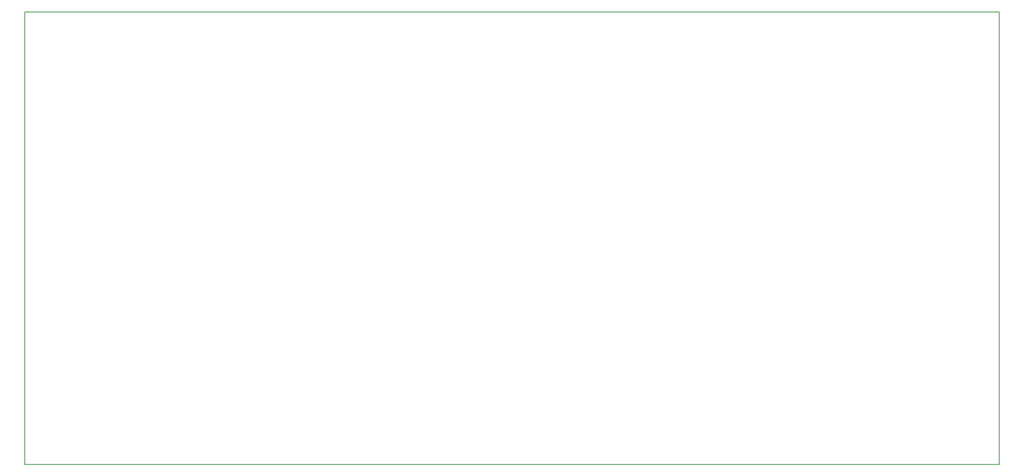
<source format=gbr>
%TF.GenerationSoftware,KiCad,Pcbnew,9.0.0*%
%TF.CreationDate,2025-03-06T02:34:32-05:00*%
%TF.ProjectId,22257_DevBoard,32323235-375f-4446-9576-426f6172642e,rev?*%
%TF.SameCoordinates,Original*%
%TF.FileFunction,Profile,NP*%
%FSLAX46Y46*%
G04 Gerber Fmt 4.6, Leading zero omitted, Abs format (unit mm)*
G04 Created by KiCad (PCBNEW 9.0.0) date 2025-03-06 02:34:32*
%MOMM*%
%LPD*%
G01*
G04 APERTURE LIST*
%TA.AperFunction,Profile*%
%ADD10C,0.200000*%
%TD*%
G04 APERTURE END LIST*
D10*
X-5080000Y5080000D02*
X208026000Y5080000D01*
X208026000Y-93980000D01*
X-5080000Y-93980000D01*
X-5080000Y5080000D01*
M02*

</source>
